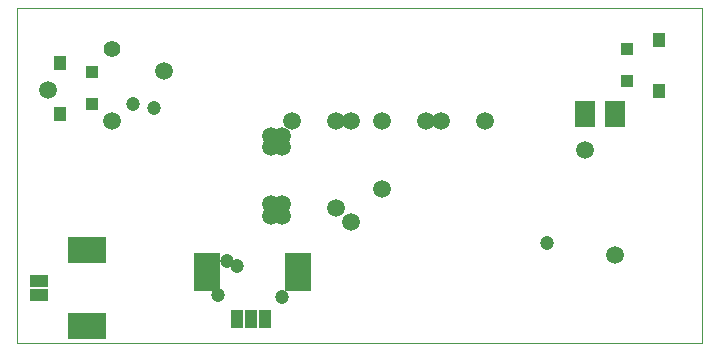
<source format=gbr>
%FSLAX34Y34*%
%MOMM*%
%LNSOLDERMASK_TOP*%
G71*
G01*
%ADD10C, 0.00*%
%ADD11R, 1.70X2.20*%
%ADD12R, 1.10X1.10*%
%ADD13R, 1.10X1.30*%
%ADD14R, 3.20X2.30*%
%ADD15R, 1.50X1.00*%
%ADD16R, 2.30X3.20*%
%ADD17R, 1.00X1.50*%
%ADD18C, 1.50*%
%ADD19C, 1.20*%
%ADD20C, 1.40*%
%LPD*%
G54D10*
X-580000Y283000D02*
X0Y283000D01*
X0Y0D01*
X-580000Y0D01*
X-580000Y283000D01*
X-98959Y193205D02*
G54D11*
D03*
X-73959Y193205D02*
G54D11*
D03*
X-63931Y248214D02*
G54D12*
D03*
X-63931Y221214D02*
G54D12*
D03*
X-36931Y256214D02*
G54D13*
D03*
X-36931Y213214D02*
G54D13*
D03*
X-516601Y201948D02*
G54D12*
D03*
X-516601Y228948D02*
G54D12*
D03*
X-543601Y193948D02*
G54D13*
D03*
X-543601Y236948D02*
G54D13*
D03*
X-521092Y14466D02*
G54D14*
D03*
X-521092Y14466D02*
G54D14*
D03*
X-521091Y78466D02*
G54D14*
D03*
X-561092Y52466D02*
G54D15*
D03*
X-561092Y40466D02*
G54D15*
D03*
X-342000Y60000D02*
G54D16*
D03*
X-342000Y60000D02*
G54D16*
D03*
X-419000Y60000D02*
G54D16*
D03*
X-382000Y20000D02*
G54D17*
D03*
X-394000Y20000D02*
G54D17*
D03*
X-370000Y20000D02*
G54D17*
D03*
X-500000Y188000D02*
G54D18*
D03*
X-347000Y188000D02*
G54D18*
D03*
X-356000Y39000D02*
G54D19*
D03*
X-271000Y188000D02*
G54D18*
D03*
X-271000Y130000D02*
G54D18*
D03*
X-184000Y188000D02*
G54D18*
D03*
X-500000Y248428D02*
G54D20*
D03*
X-234000Y188000D02*
G54D18*
D03*
X-221000Y188000D02*
G54D18*
D03*
X-456000Y230000D02*
G54D18*
D03*
X-554000Y214000D02*
G54D18*
D03*
X-310000Y188000D02*
G54D18*
D03*
X-73959Y74041D02*
G54D18*
D03*
X-98959Y163041D02*
G54D18*
D03*
X-394000Y65000D02*
G54D19*
D03*
X-131000Y84000D02*
G54D19*
D03*
X-402000Y69000D02*
G54D19*
D03*
X-410000Y40000D02*
G54D19*
D03*
X-482000Y202000D02*
G54D19*
D03*
X-464000Y199000D02*
G54D19*
D03*
X-297000Y188000D02*
G54D18*
D03*
X-310000Y114000D02*
G54D18*
D03*
X-297000Y102000D02*
G54D18*
D03*
X-365000Y175000D02*
G54D18*
D03*
X-356000Y175000D02*
G54D18*
D03*
X-365000Y166000D02*
G54D18*
D03*
X-356000Y166000D02*
G54D18*
D03*
X-365000Y107000D02*
G54D18*
D03*
X-356000Y107000D02*
G54D18*
D03*
X-365000Y117000D02*
G54D18*
D03*
X-356000Y117000D02*
G54D18*
D03*
M02*

</source>
